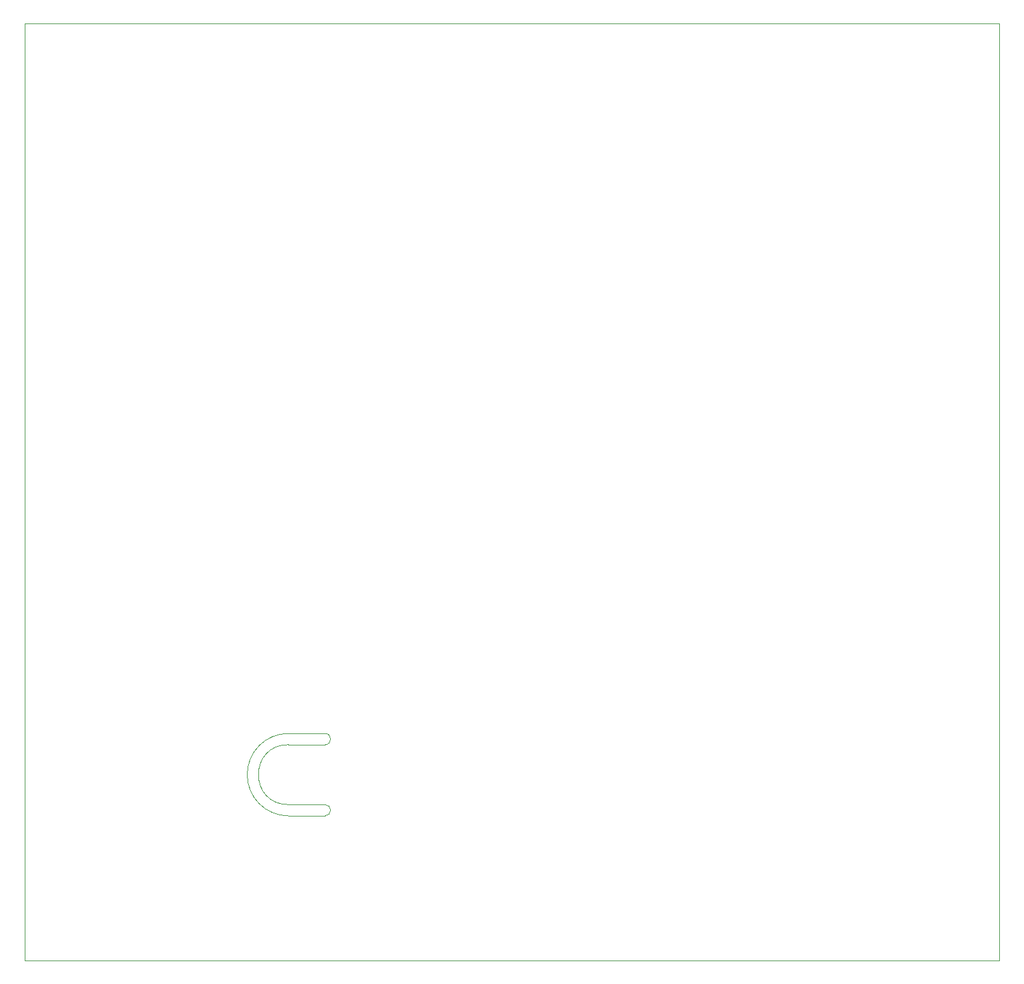
<source format=gbr>
%TF.GenerationSoftware,KiCad,Pcbnew,9.0.0*%
%TF.CreationDate,2025-03-07T13:19:33+01:00*%
%TF.ProjectId,Flatburn_V4,466c6174-6275-4726-9e5f-56342e6b6963,1*%
%TF.SameCoordinates,Original*%
%TF.FileFunction,Profile,NP*%
%FSLAX46Y46*%
G04 Gerber Fmt 4.6, Leading zero omitted, Abs format (unit mm)*
G04 Created by KiCad (PCBNEW 9.0.0) date 2025-03-07 13:19:33*
%MOMM*%
%LPD*%
G01*
G04 APERTURE LIST*
%TA.AperFunction,Profile*%
%ADD10C,0.050000*%
%TD*%
G04 APERTURE END LIST*
D10*
X96090000Y-182030869D02*
X100970000Y-182030869D01*
X96090000Y-180530669D02*
X100970000Y-180530669D01*
X96089920Y-190029872D02*
G75*
G02*
X96089920Y-182030788I380J3999542D01*
G01*
X60900000Y-85820000D02*
X190900000Y-85820000D01*
X190900000Y-210820000D01*
X60900000Y-210820000D01*
X60900000Y-85820000D01*
X96090000Y-191530000D02*
X100970000Y-191530000D01*
X96090380Y-190029952D02*
X100970380Y-190029952D01*
X96090000Y-191529991D02*
G75*
G02*
X96090000Y-180530669I300J5499661D01*
G01*
X100970000Y-180530669D02*
G75*
G02*
X100970000Y-182030931I0J-750131D01*
G01*
X100970380Y-190029952D02*
G75*
G02*
X100970000Y-191530048I-180J-750048D01*
G01*
M02*

</source>
